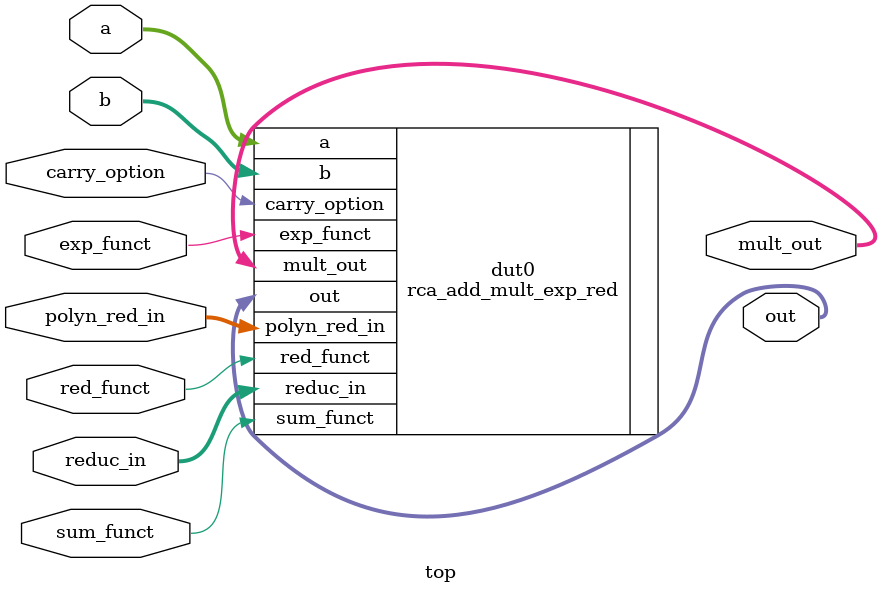
<source format=v>
module top #( parameter DATA_WIDTH = 32) (
    input sum_funct,
    input exp_funct,
    input red_funct,
    input carry_option,
    input [DATA_WIDTH:0] polyn_red_in,

    input [2*DATA_WIDTH-1:0] reduc_in,
    input [DATA_WIDTH-1:0] a,
    input [DATA_WIDTH-1:0] b,
    output [DATA_WIDTH-1:0] out,
    output [2*DATA_WIDTH-1:0] mult_out
);

    rca_add_mult_exp_red #(DATA_WIDTH) dut0(
        .sum_funct(sum_funct),
        .exp_funct(exp_funct),
        .red_funct(red_funct),
        .carry_option(carry_option),
        .polyn_red_in(polyn_red_in),

        .reduc_in(reduc_in),
        .a(a),
        .b(b),
        .out(out),
        .mult_out(mult_out)
    );

endmodule
</source>
